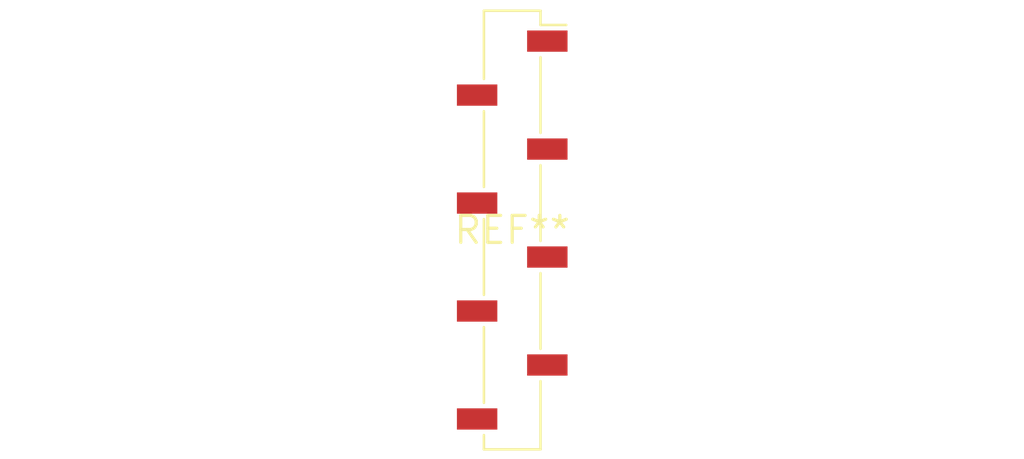
<source format=kicad_pcb>
(kicad_pcb (version 20240108) (generator pcbnew)
  (layers (0 "F.Cu" signal) (31 "B.Cu" signal) (34 "B.Paste" user) (35 "F.Paste" user) (36 "B.SilkS" user "B.Silkscreen") (37 "F.SilkS" user "F.Silkscreen") (38 "B.Mask" user) (39 "F.Mask" user) (44 "Edge.Cuts" user))
  (net 0 "")
  (footprint "PinSocket_1x08_P2.54mm_Vertical_SMD_Pin1Right" (layer "F.Cu") (at 0 0)
    (property "Reference" "REF**")
    (property "Value" "PinSocket_1x08_P2.54mm_Vertical_SMD_Pin1Right")
    (fp_line (start -1.33 -10.32) (end -1.33 -7.11) (layer "F.SilkS") (stroke (width 0.12)))
    (fp_line (start -1.33 -10.32) (end 1.33 -10.32) (layer "F.SilkS") (stroke (width 0.12)))
    (fp_line (start -1.33 -5.59) (end -1.33 -2.03) (layer "F.SilkS") (stroke (width 0.12)))
    (fp_line (start -1.33 -0.51) (end -1.33 3.05) (layer "F.SilkS") (stroke (width 0.12)))
    (fp_line (start -1.33 4.57) (end -1.33 8.13) (layer "F.SilkS") (stroke (width 0.12)))
    (fp_line (start -1.33 9.65) (end -1.33 10.32) (layer "F.SilkS") (stroke (width 0.12)))
    (fp_line (start -1.33 10.32) (end 1.33 10.32) (layer "F.SilkS") (stroke (width 0.12)))
    (fp_line (start 1.33 -10.32) (end 1.33 -9.65) (layer "F.SilkS") (stroke (width 0.12)))
    (fp_line (start 1.33 -9.65) (end 2.54 -9.65) (layer "F.SilkS") (stroke (width 0.12)))
    (fp_line (start 1.33 -8.13) (end 1.33 -4.57) (layer "F.SilkS") (stroke (width 0.12)))
    (fp_line (start 1.33 -3.05) (end 1.33 0.51) (layer "F.SilkS") (stroke (width 0.12)))
    (fp_line (start 1.33 2.03) (end 1.33 5.59) (layer "F.SilkS") (stroke (width 0.12)))
    (fp_line (start 1.33 7.11) (end 1.33 10.32) (layer "F.SilkS") (stroke (width 0.12)))
    (pad "1" smd rect (at 1.65 -8.89) (size 1.9 1) (layers "F.Cu" "F.Paste" "F.Mask"))
    (pad "2" smd rect (at -1.65 -6.35) (size 1.9 1) (layers "F.Cu" "F.Paste" "F.Mask"))
    (pad "3" smd rect (at 1.65 -3.81) (size 1.9 1) (layers "F.Cu" "F.Paste" "F.Mask"))
    (pad "4" smd rect (at -1.65 -1.27) (size 1.9 1) (layers "F.Cu" "F.Paste" "F.Mask"))
    (pad "5" smd rect (at 1.65 1.27) (size 1.9 1) (layers "F.Cu" "F.Paste" "F.Mask"))
    (pad "6" smd rect (at -1.65 3.81) (size 1.9 1) (layers "F.Cu" "F.Paste" "F.Mask"))
    (pad "7" smd rect (at 1.65 6.35) (size 1.9 1) (layers "F.Cu" "F.Paste" "F.Mask"))
    (pad "8" smd rect (at -1.65 8.89) (size 1.9 1) (layers "F.Cu" "F.Paste" "F.Mask"))
  )
)
</source>
